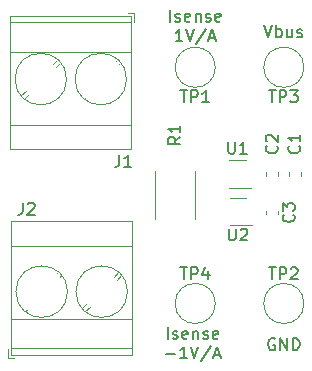
<source format=gto>
%TF.GenerationSoftware,KiCad,Pcbnew,5.1.6-c6e7f7d~87~ubuntu18.04.1*%
%TF.CreationDate,2020-08-03T15:12:15+01:00*%
%TF.ProjectId,current_sense,63757272-656e-4745-9f73-656e73652e6b,rev?*%
%TF.SameCoordinates,Original*%
%TF.FileFunction,Legend,Top*%
%TF.FilePolarity,Positive*%
%FSLAX46Y46*%
G04 Gerber Fmt 4.6, Leading zero omitted, Abs format (unit mm)*
G04 Created by KiCad (PCBNEW 5.1.6-c6e7f7d~87~ubuntu18.04.1) date 2020-08-03 15:12:15*
%MOMM*%
%LPD*%
G01*
G04 APERTURE LIST*
%ADD10C,0.150000*%
%ADD11C,0.120000*%
G04 APERTURE END LIST*
D10*
X127674952Y-103005380D02*
X127674952Y-102005380D01*
X128103523Y-102957761D02*
X128198761Y-103005380D01*
X128389238Y-103005380D01*
X128484476Y-102957761D01*
X128532095Y-102862523D01*
X128532095Y-102814904D01*
X128484476Y-102719666D01*
X128389238Y-102672047D01*
X128246380Y-102672047D01*
X128151142Y-102624428D01*
X128103523Y-102529190D01*
X128103523Y-102481571D01*
X128151142Y-102386333D01*
X128246380Y-102338714D01*
X128389238Y-102338714D01*
X128484476Y-102386333D01*
X129341619Y-102957761D02*
X129246380Y-103005380D01*
X129055904Y-103005380D01*
X128960666Y-102957761D01*
X128913047Y-102862523D01*
X128913047Y-102481571D01*
X128960666Y-102386333D01*
X129055904Y-102338714D01*
X129246380Y-102338714D01*
X129341619Y-102386333D01*
X129389238Y-102481571D01*
X129389238Y-102576809D01*
X128913047Y-102672047D01*
X129817809Y-102338714D02*
X129817809Y-103005380D01*
X129817809Y-102433952D02*
X129865428Y-102386333D01*
X129960666Y-102338714D01*
X130103523Y-102338714D01*
X130198761Y-102386333D01*
X130246380Y-102481571D01*
X130246380Y-103005380D01*
X130674952Y-102957761D02*
X130770190Y-103005380D01*
X130960666Y-103005380D01*
X131055904Y-102957761D01*
X131103523Y-102862523D01*
X131103523Y-102814904D01*
X131055904Y-102719666D01*
X130960666Y-102672047D01*
X130817809Y-102672047D01*
X130722571Y-102624428D01*
X130674952Y-102529190D01*
X130674952Y-102481571D01*
X130722571Y-102386333D01*
X130817809Y-102338714D01*
X130960666Y-102338714D01*
X131055904Y-102386333D01*
X131913047Y-102957761D02*
X131817809Y-103005380D01*
X131627333Y-103005380D01*
X131532095Y-102957761D01*
X131484476Y-102862523D01*
X131484476Y-102481571D01*
X131532095Y-102386333D01*
X131627333Y-102338714D01*
X131817809Y-102338714D01*
X131913047Y-102386333D01*
X131960666Y-102481571D01*
X131960666Y-102576809D01*
X131484476Y-102672047D01*
X127555904Y-104274428D02*
X128317809Y-104274428D01*
X129317809Y-104655380D02*
X128746380Y-104655380D01*
X129032095Y-104655380D02*
X129032095Y-103655380D01*
X128936857Y-103798238D01*
X128841619Y-103893476D01*
X128746380Y-103941095D01*
X129603523Y-103655380D02*
X129936857Y-104655380D01*
X130270190Y-103655380D01*
X131317809Y-103607761D02*
X130460666Y-104893476D01*
X131603523Y-104369666D02*
X132079714Y-104369666D01*
X131508285Y-104655380D02*
X131841619Y-103655380D01*
X132174952Y-104655380D01*
X135857142Y-76452380D02*
X136190476Y-77452380D01*
X136523809Y-76452380D01*
X136857142Y-77452380D02*
X136857142Y-76452380D01*
X136857142Y-76833333D02*
X136952380Y-76785714D01*
X137142857Y-76785714D01*
X137238095Y-76833333D01*
X137285714Y-76880952D01*
X137333333Y-76976190D01*
X137333333Y-77261904D01*
X137285714Y-77357142D01*
X137238095Y-77404761D01*
X137142857Y-77452380D01*
X136952380Y-77452380D01*
X136857142Y-77404761D01*
X138190476Y-76785714D02*
X138190476Y-77452380D01*
X137761904Y-76785714D02*
X137761904Y-77309523D01*
X137809523Y-77404761D01*
X137904761Y-77452380D01*
X138047619Y-77452380D01*
X138142857Y-77404761D01*
X138190476Y-77357142D01*
X138619047Y-77404761D02*
X138714285Y-77452380D01*
X138904761Y-77452380D01*
X139000000Y-77404761D01*
X139047619Y-77309523D01*
X139047619Y-77261904D01*
X139000000Y-77166666D01*
X138904761Y-77119047D01*
X138761904Y-77119047D01*
X138666666Y-77071428D01*
X138619047Y-76976190D01*
X138619047Y-76928571D01*
X138666666Y-76833333D01*
X138761904Y-76785714D01*
X138904761Y-76785714D01*
X139000000Y-76833333D01*
X136738095Y-103000000D02*
X136642857Y-102952380D01*
X136500000Y-102952380D01*
X136357142Y-103000000D01*
X136261904Y-103095238D01*
X136214285Y-103190476D01*
X136166666Y-103380952D01*
X136166666Y-103523809D01*
X136214285Y-103714285D01*
X136261904Y-103809523D01*
X136357142Y-103904761D01*
X136500000Y-103952380D01*
X136595238Y-103952380D01*
X136738095Y-103904761D01*
X136785714Y-103857142D01*
X136785714Y-103523809D01*
X136595238Y-103523809D01*
X137214285Y-103952380D02*
X137214285Y-102952380D01*
X137785714Y-103952380D01*
X137785714Y-102952380D01*
X138261904Y-103952380D02*
X138261904Y-102952380D01*
X138500000Y-102952380D01*
X138642857Y-103000000D01*
X138738095Y-103095238D01*
X138785714Y-103190476D01*
X138833333Y-103380952D01*
X138833333Y-103523809D01*
X138785714Y-103714285D01*
X138738095Y-103809523D01*
X138642857Y-103904761D01*
X138500000Y-103952380D01*
X138261904Y-103952380D01*
X127880952Y-76127380D02*
X127880952Y-75127380D01*
X128309523Y-76079761D02*
X128404761Y-76127380D01*
X128595238Y-76127380D01*
X128690476Y-76079761D01*
X128738095Y-75984523D01*
X128738095Y-75936904D01*
X128690476Y-75841666D01*
X128595238Y-75794047D01*
X128452380Y-75794047D01*
X128357142Y-75746428D01*
X128309523Y-75651190D01*
X128309523Y-75603571D01*
X128357142Y-75508333D01*
X128452380Y-75460714D01*
X128595238Y-75460714D01*
X128690476Y-75508333D01*
X129547619Y-76079761D02*
X129452380Y-76127380D01*
X129261904Y-76127380D01*
X129166666Y-76079761D01*
X129119047Y-75984523D01*
X129119047Y-75603571D01*
X129166666Y-75508333D01*
X129261904Y-75460714D01*
X129452380Y-75460714D01*
X129547619Y-75508333D01*
X129595238Y-75603571D01*
X129595238Y-75698809D01*
X129119047Y-75794047D01*
X130023809Y-75460714D02*
X130023809Y-76127380D01*
X130023809Y-75555952D02*
X130071428Y-75508333D01*
X130166666Y-75460714D01*
X130309523Y-75460714D01*
X130404761Y-75508333D01*
X130452380Y-75603571D01*
X130452380Y-76127380D01*
X130880952Y-76079761D02*
X130976190Y-76127380D01*
X131166666Y-76127380D01*
X131261904Y-76079761D01*
X131309523Y-75984523D01*
X131309523Y-75936904D01*
X131261904Y-75841666D01*
X131166666Y-75794047D01*
X131023809Y-75794047D01*
X130928571Y-75746428D01*
X130880952Y-75651190D01*
X130880952Y-75603571D01*
X130928571Y-75508333D01*
X131023809Y-75460714D01*
X131166666Y-75460714D01*
X131261904Y-75508333D01*
X132119047Y-76079761D02*
X132023809Y-76127380D01*
X131833333Y-76127380D01*
X131738095Y-76079761D01*
X131690476Y-75984523D01*
X131690476Y-75603571D01*
X131738095Y-75508333D01*
X131833333Y-75460714D01*
X132023809Y-75460714D01*
X132119047Y-75508333D01*
X132166666Y-75603571D01*
X132166666Y-75698809D01*
X131690476Y-75794047D01*
X128904761Y-77777380D02*
X128333333Y-77777380D01*
X128619047Y-77777380D02*
X128619047Y-76777380D01*
X128523809Y-76920238D01*
X128428571Y-77015476D01*
X128333333Y-77063095D01*
X129190476Y-76777380D02*
X129523809Y-77777380D01*
X129857142Y-76777380D01*
X130904761Y-76729761D02*
X130047619Y-78015476D01*
X131190476Y-77491666D02*
X131666666Y-77491666D01*
X131095238Y-77777380D02*
X131428571Y-76777380D01*
X131761904Y-77777380D01*
D11*
%TO.C,TP4*%
X131700000Y-100000000D02*
G75*
G03*
X131700000Y-100000000I-1700000J0D01*
G01*
%TO.C,TP3*%
X139200000Y-80000000D02*
G75*
G03*
X139200000Y-80000000I-1700000J0D01*
G01*
%TO.C,TP2*%
X139200000Y-100000000D02*
G75*
G03*
X139200000Y-100000000I-1700000J0D01*
G01*
%TO.C,TP1*%
X131700000Y-80000000D02*
G75*
G03*
X131700000Y-80000000I-1700000J0D01*
G01*
%TO.C,U2*%
X132904000Y-93362000D02*
X134804000Y-93362000D01*
X134304000Y-91042000D02*
X132904000Y-91042000D01*
%TO.C,C3*%
X137035000Y-92140721D02*
X137035000Y-92466279D01*
X136015000Y-92140721D02*
X136015000Y-92466279D01*
%TO.C,U1*%
X132861800Y-90187000D02*
X134761800Y-90187000D01*
X134261800Y-87867000D02*
X132861800Y-87867000D01*
%TO.C,R1*%
X126560000Y-92857064D02*
X126560000Y-88752936D01*
X129980000Y-92857064D02*
X129980000Y-88752936D01*
%TO.C,J2*%
X119180000Y-99000000D02*
G75*
G03*
X119180000Y-99000000I-2180000J0D01*
G01*
X124260000Y-99000000D02*
G75*
G03*
X124260000Y-99000000I-2180000J0D01*
G01*
X114400000Y-103800000D02*
X124680000Y-103800000D01*
X114400000Y-101300000D02*
X124680000Y-101300000D01*
X114400000Y-95100000D02*
X124680000Y-95100000D01*
X114400000Y-93040000D02*
X124680000Y-93040000D01*
X114400000Y-104360000D02*
X124680000Y-104360000D01*
X114400000Y-93040000D02*
X114400000Y-104360000D01*
X124680000Y-93040000D02*
X124680000Y-104360000D01*
X118654000Y-97612000D02*
X118547000Y-97719000D01*
X115718000Y-100547000D02*
X115612000Y-100654000D01*
X118388000Y-97346000D02*
X118281000Y-97453000D01*
X115452000Y-100281000D02*
X115346000Y-100388000D01*
X123734000Y-97612000D02*
X123339000Y-98008000D01*
X121073000Y-100274000D02*
X120693000Y-100654000D01*
X123468000Y-97346000D02*
X123088000Y-97726000D01*
X120822000Y-99992000D02*
X120427000Y-100388000D01*
X114160000Y-103860000D02*
X114160000Y-104600000D01*
X114160000Y-104600000D02*
X114660000Y-104600000D01*
%TO.C,J1*%
X124180000Y-81000000D02*
G75*
G03*
X124180000Y-81000000I-2180000J0D01*
G01*
X119100000Y-81000000D02*
G75*
G03*
X119100000Y-81000000I-2180000J0D01*
G01*
X124600000Y-76200000D02*
X114320000Y-76200000D01*
X124600000Y-78700000D02*
X114320000Y-78700000D01*
X124600000Y-84900000D02*
X114320000Y-84900000D01*
X124600000Y-86960000D02*
X114320000Y-86960000D01*
X124600000Y-75640000D02*
X114320000Y-75640000D01*
X124600000Y-86960000D02*
X124600000Y-75640000D01*
X114320000Y-86960000D02*
X114320000Y-75640000D01*
X120346000Y-82388000D02*
X120453000Y-82281000D01*
X123282000Y-79453000D02*
X123388000Y-79346000D01*
X120612000Y-82654000D02*
X120719000Y-82547000D01*
X123548000Y-79719000D02*
X123654000Y-79612000D01*
X115266000Y-82388000D02*
X115661000Y-81992000D01*
X117927000Y-79726000D02*
X118307000Y-79346000D01*
X115532000Y-82654000D02*
X115912000Y-82274000D01*
X118178000Y-80008000D02*
X118573000Y-79612000D01*
X124840000Y-76140000D02*
X124840000Y-75400000D01*
X124840000Y-75400000D02*
X124340000Y-75400000D01*
%TO.C,C2*%
X137035000Y-88864221D02*
X137035000Y-89189779D01*
X136015000Y-88864221D02*
X136015000Y-89189779D01*
%TO.C,C1*%
X138940000Y-88864221D02*
X138940000Y-89189779D01*
X137920000Y-88864221D02*
X137920000Y-89189779D01*
%TO.C,TP4*%
D10*
X128738095Y-96952380D02*
X129309523Y-96952380D01*
X129023809Y-97952380D02*
X129023809Y-96952380D01*
X129642857Y-97952380D02*
X129642857Y-96952380D01*
X130023809Y-96952380D01*
X130119047Y-97000000D01*
X130166666Y-97047619D01*
X130214285Y-97142857D01*
X130214285Y-97285714D01*
X130166666Y-97380952D01*
X130119047Y-97428571D01*
X130023809Y-97476190D01*
X129642857Y-97476190D01*
X131071428Y-97285714D02*
X131071428Y-97952380D01*
X130833333Y-96904761D02*
X130595238Y-97619047D01*
X131214285Y-97619047D01*
%TO.C,TP3*%
X136238095Y-81952380D02*
X136809523Y-81952380D01*
X136523809Y-82952380D02*
X136523809Y-81952380D01*
X137142857Y-82952380D02*
X137142857Y-81952380D01*
X137523809Y-81952380D01*
X137619047Y-82000000D01*
X137666666Y-82047619D01*
X137714285Y-82142857D01*
X137714285Y-82285714D01*
X137666666Y-82380952D01*
X137619047Y-82428571D01*
X137523809Y-82476190D01*
X137142857Y-82476190D01*
X138047619Y-81952380D02*
X138666666Y-81952380D01*
X138333333Y-82333333D01*
X138476190Y-82333333D01*
X138571428Y-82380952D01*
X138619047Y-82428571D01*
X138666666Y-82523809D01*
X138666666Y-82761904D01*
X138619047Y-82857142D01*
X138571428Y-82904761D01*
X138476190Y-82952380D01*
X138190476Y-82952380D01*
X138095238Y-82904761D01*
X138047619Y-82857142D01*
%TO.C,TP2*%
X136238095Y-96952380D02*
X136809523Y-96952380D01*
X136523809Y-97952380D02*
X136523809Y-96952380D01*
X137142857Y-97952380D02*
X137142857Y-96952380D01*
X137523809Y-96952380D01*
X137619047Y-97000000D01*
X137666666Y-97047619D01*
X137714285Y-97142857D01*
X137714285Y-97285714D01*
X137666666Y-97380952D01*
X137619047Y-97428571D01*
X137523809Y-97476190D01*
X137142857Y-97476190D01*
X138095238Y-97047619D02*
X138142857Y-97000000D01*
X138238095Y-96952380D01*
X138476190Y-96952380D01*
X138571428Y-97000000D01*
X138619047Y-97047619D01*
X138666666Y-97142857D01*
X138666666Y-97238095D01*
X138619047Y-97380952D01*
X138047619Y-97952380D01*
X138666666Y-97952380D01*
%TO.C,TP1*%
X128738095Y-81952380D02*
X129309523Y-81952380D01*
X129023809Y-82952380D02*
X129023809Y-81952380D01*
X129642857Y-82952380D02*
X129642857Y-81952380D01*
X130023809Y-81952380D01*
X130119047Y-82000000D01*
X130166666Y-82047619D01*
X130214285Y-82142857D01*
X130214285Y-82285714D01*
X130166666Y-82380952D01*
X130119047Y-82428571D01*
X130023809Y-82476190D01*
X129642857Y-82476190D01*
X131166666Y-82952380D02*
X130595238Y-82952380D01*
X130880952Y-82952380D02*
X130880952Y-81952380D01*
X130785714Y-82095238D01*
X130690476Y-82190476D01*
X130595238Y-82238095D01*
%TO.C,U2*%
X132842095Y-93654380D02*
X132842095Y-94463904D01*
X132889714Y-94559142D01*
X132937333Y-94606761D01*
X133032571Y-94654380D01*
X133223047Y-94654380D01*
X133318285Y-94606761D01*
X133365904Y-94559142D01*
X133413523Y-94463904D01*
X133413523Y-93654380D01*
X133842095Y-93749619D02*
X133889714Y-93702000D01*
X133984952Y-93654380D01*
X134223047Y-93654380D01*
X134318285Y-93702000D01*
X134365904Y-93749619D01*
X134413523Y-93844857D01*
X134413523Y-93940095D01*
X134365904Y-94082952D01*
X133794476Y-94654380D01*
X134413523Y-94654380D01*
%TO.C,C3*%
X138312142Y-92470166D02*
X138359761Y-92517785D01*
X138407380Y-92660642D01*
X138407380Y-92755880D01*
X138359761Y-92898738D01*
X138264523Y-92993976D01*
X138169285Y-93041595D01*
X137978809Y-93089214D01*
X137835952Y-93089214D01*
X137645476Y-93041595D01*
X137550238Y-92993976D01*
X137455000Y-92898738D01*
X137407380Y-92755880D01*
X137407380Y-92660642D01*
X137455000Y-92517785D01*
X137502619Y-92470166D01*
X137407380Y-92136833D02*
X137407380Y-91517785D01*
X137788333Y-91851119D01*
X137788333Y-91708261D01*
X137835952Y-91613023D01*
X137883571Y-91565404D01*
X137978809Y-91517785D01*
X138216904Y-91517785D01*
X138312142Y-91565404D01*
X138359761Y-91613023D01*
X138407380Y-91708261D01*
X138407380Y-91993976D01*
X138359761Y-92089214D01*
X138312142Y-92136833D01*
%TO.C,U1*%
X132799895Y-86320380D02*
X132799895Y-87129904D01*
X132847514Y-87225142D01*
X132895133Y-87272761D01*
X132990371Y-87320380D01*
X133180847Y-87320380D01*
X133276085Y-87272761D01*
X133323704Y-87225142D01*
X133371323Y-87129904D01*
X133371323Y-86320380D01*
X134371323Y-87320380D02*
X133799895Y-87320380D01*
X134085609Y-87320380D02*
X134085609Y-86320380D01*
X133990371Y-86463238D01*
X133895133Y-86558476D01*
X133799895Y-86606095D01*
%TO.C,R1*%
X128722380Y-85891666D02*
X128246190Y-86225000D01*
X128722380Y-86463095D02*
X127722380Y-86463095D01*
X127722380Y-86082142D01*
X127770000Y-85986904D01*
X127817619Y-85939285D01*
X127912857Y-85891666D01*
X128055714Y-85891666D01*
X128150952Y-85939285D01*
X128198571Y-85986904D01*
X128246190Y-86082142D01*
X128246190Y-86463095D01*
X128722380Y-84939285D02*
X128722380Y-85510714D01*
X128722380Y-85225000D02*
X127722380Y-85225000D01*
X127865238Y-85320238D01*
X127960476Y-85415476D01*
X128008095Y-85510714D01*
%TO.C,J2*%
X115396666Y-91467380D02*
X115396666Y-92181666D01*
X115349047Y-92324523D01*
X115253809Y-92419761D01*
X115110952Y-92467380D01*
X115015714Y-92467380D01*
X115825238Y-91562619D02*
X115872857Y-91515000D01*
X115968095Y-91467380D01*
X116206190Y-91467380D01*
X116301428Y-91515000D01*
X116349047Y-91562619D01*
X116396666Y-91657857D01*
X116396666Y-91753095D01*
X116349047Y-91895952D01*
X115777619Y-92467380D01*
X116396666Y-92467380D01*
%TO.C,J1*%
X123571666Y-87437380D02*
X123571666Y-88151666D01*
X123524047Y-88294523D01*
X123428809Y-88389761D01*
X123285952Y-88437380D01*
X123190714Y-88437380D01*
X124571666Y-88437380D02*
X124000238Y-88437380D01*
X124285952Y-88437380D02*
X124285952Y-87437380D01*
X124190714Y-87580238D01*
X124095476Y-87675476D01*
X124000238Y-87723095D01*
%TO.C,C2*%
X136882142Y-86653666D02*
X136929761Y-86701285D01*
X136977380Y-86844142D01*
X136977380Y-86939380D01*
X136929761Y-87082238D01*
X136834523Y-87177476D01*
X136739285Y-87225095D01*
X136548809Y-87272714D01*
X136405952Y-87272714D01*
X136215476Y-87225095D01*
X136120238Y-87177476D01*
X136025000Y-87082238D01*
X135977380Y-86939380D01*
X135977380Y-86844142D01*
X136025000Y-86701285D01*
X136072619Y-86653666D01*
X136072619Y-86272714D02*
X136025000Y-86225095D01*
X135977380Y-86129857D01*
X135977380Y-85891761D01*
X136025000Y-85796523D01*
X136072619Y-85748904D01*
X136167857Y-85701285D01*
X136263095Y-85701285D01*
X136405952Y-85748904D01*
X136977380Y-86320333D01*
X136977380Y-85701285D01*
%TO.C,C1*%
X138787142Y-86653666D02*
X138834761Y-86701285D01*
X138882380Y-86844142D01*
X138882380Y-86939380D01*
X138834761Y-87082238D01*
X138739523Y-87177476D01*
X138644285Y-87225095D01*
X138453809Y-87272714D01*
X138310952Y-87272714D01*
X138120476Y-87225095D01*
X138025238Y-87177476D01*
X137930000Y-87082238D01*
X137882380Y-86939380D01*
X137882380Y-86844142D01*
X137930000Y-86701285D01*
X137977619Y-86653666D01*
X138882380Y-85701285D02*
X138882380Y-86272714D01*
X138882380Y-85987000D02*
X137882380Y-85987000D01*
X138025238Y-86082238D01*
X138120476Y-86177476D01*
X138168095Y-86272714D01*
%TD*%
M02*

</source>
